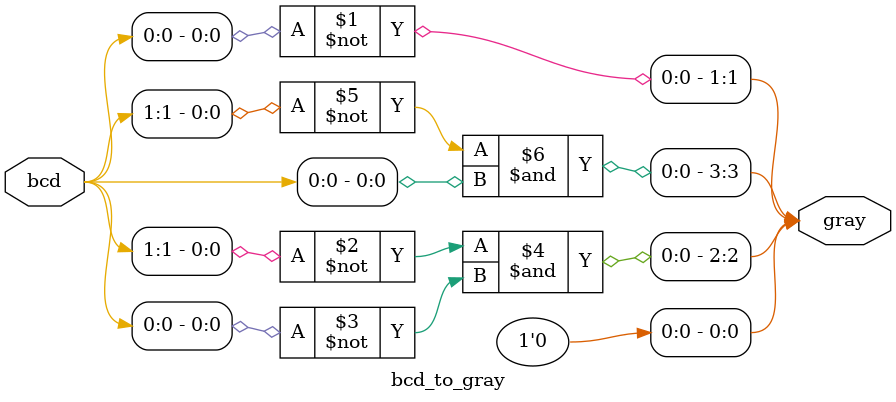
<source format=v>
module bcd_to_gray #(parameter BCD_WIDTH = 4, parameter GRAY_WIDTH = 4)
    (input [BCD_WIDTH-1:0] bcd,
     output [GRAY_WIDTH-1:0] gray);

assign gray = {bcd[3], ~bcd[2]^bcd[1], ~bcd[2]&bcd[1]|~bcd[0], ~bcd[2]&bcd[1]&bcd[0],
             ~bcd[1]&bcd[0], ~bcd[1]&~bcd[0], ~bcd[0], 1'b0};

endmodule
</source>
